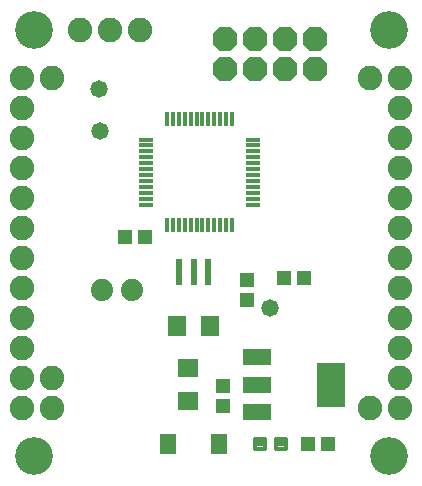
<source format=gts>
G75*
%MOIN*%
%OFA0B0*%
%FSLAX25Y25*%
%IPPOS*%
%LPD*%
%AMOC8*
5,1,8,0,0,1.08239X$1,22.5*
%
%ADD10C,0.12611*%
%ADD11R,0.07099X0.06312*%
%ADD12R,0.04737X0.05131*%
%ADD13R,0.06312X0.07099*%
%ADD14R,0.05131X0.04737*%
%ADD15R,0.05800X0.06587*%
%ADD16C,0.08200*%
%ADD17R,0.09600X0.05600*%
%ADD18R,0.09461X0.14973*%
%ADD19R,0.01587X0.04737*%
%ADD20R,0.04737X0.01587*%
%ADD21C,0.05800*%
%ADD22R,0.02375X0.08674*%
%ADD23C,0.07400*%
%ADD24OC8,0.08200*%
%ADD25C,0.01421*%
D10*
X0013205Y0013205D03*
X0131315Y0013205D03*
X0131315Y0154937D03*
X0013205Y0154937D03*
D11*
X0064386Y0042339D03*
X0064386Y0031315D03*
D12*
X0076197Y0029543D03*
X0076197Y0036236D03*
X0084071Y0064976D03*
X0084071Y0071669D03*
D13*
X0071866Y0056512D03*
X0060843Y0056512D03*
D14*
X0050016Y0086039D03*
X0043323Y0086039D03*
X0096472Y0072260D03*
X0103165Y0072260D03*
X0104346Y0017142D03*
X0111039Y0017142D03*
D15*
X0074819Y0017142D03*
X0057890Y0017142D03*
D16*
X0019268Y0028953D03*
X0019268Y0038953D03*
X0009268Y0038953D03*
X0009268Y0048953D03*
X0009268Y0058953D03*
X0009268Y0068953D03*
X0009268Y0078953D03*
X0009268Y0088953D03*
X0009268Y0098953D03*
X0009268Y0108953D03*
X0009268Y0118953D03*
X0009268Y0128953D03*
X0009268Y0138953D03*
X0019268Y0138953D03*
X0028638Y0154937D03*
X0038638Y0154937D03*
X0048638Y0154937D03*
X0125252Y0138953D03*
X0135252Y0138953D03*
X0135252Y0128953D03*
X0135252Y0118953D03*
X0135252Y0108953D03*
X0135252Y0098953D03*
X0135252Y0088953D03*
X0135252Y0078953D03*
X0135252Y0068953D03*
X0135252Y0058953D03*
X0135252Y0048953D03*
X0135252Y0038953D03*
X0135252Y0028953D03*
X0125252Y0028953D03*
X0009268Y0028953D03*
D17*
X0087619Y0027727D03*
X0087619Y0036827D03*
X0087619Y0045927D03*
D18*
X0112020Y0036827D03*
D19*
X0079150Y0089976D03*
X0077181Y0089976D03*
X0075213Y0089976D03*
X0073244Y0089976D03*
X0071276Y0089976D03*
X0069307Y0089976D03*
X0067339Y0089976D03*
X0065370Y0089976D03*
X0063402Y0089976D03*
X0061433Y0089976D03*
X0059465Y0089976D03*
X0057496Y0089976D03*
X0057496Y0125409D03*
X0059465Y0125409D03*
X0061433Y0125409D03*
X0063402Y0125409D03*
X0065370Y0125409D03*
X0067339Y0125409D03*
X0069307Y0125409D03*
X0071276Y0125409D03*
X0073244Y0125409D03*
X0075213Y0125409D03*
X0077181Y0125409D03*
X0079150Y0125409D03*
D20*
X0086039Y0118520D03*
X0086039Y0116551D03*
X0086039Y0114583D03*
X0086039Y0112614D03*
X0086039Y0110646D03*
X0086039Y0108677D03*
X0086039Y0106709D03*
X0086039Y0104740D03*
X0086039Y0102772D03*
X0086039Y0100803D03*
X0086039Y0098835D03*
X0086039Y0096866D03*
X0050606Y0096866D03*
X0050606Y0098835D03*
X0050606Y0100803D03*
X0050606Y0102772D03*
X0050606Y0104740D03*
X0050606Y0106709D03*
X0050606Y0108677D03*
X0050606Y0110646D03*
X0050606Y0112614D03*
X0050606Y0114583D03*
X0050606Y0116551D03*
X0050606Y0118520D03*
D21*
X0035252Y0121472D03*
X0034858Y0135252D03*
X0091945Y0062417D03*
D22*
X0071079Y0074228D03*
X0066354Y0074228D03*
X0061630Y0074228D03*
D23*
X0045764Y0068323D03*
X0035764Y0068323D03*
D24*
X0076945Y0142063D03*
X0076945Y0152063D03*
X0086945Y0152063D03*
X0086945Y0142063D03*
X0096945Y0142063D03*
X0096945Y0152063D03*
X0106945Y0152063D03*
X0106945Y0142063D03*
D25*
X0097056Y0018800D02*
X0097056Y0015484D01*
X0093740Y0015484D01*
X0093740Y0018800D01*
X0097056Y0018800D01*
X0097056Y0016904D02*
X0093740Y0016904D01*
X0093740Y0018324D02*
X0097056Y0018324D01*
X0090150Y0018800D02*
X0090150Y0015484D01*
X0086834Y0015484D01*
X0086834Y0018800D01*
X0090150Y0018800D01*
X0090150Y0016904D02*
X0086834Y0016904D01*
X0086834Y0018324D02*
X0090150Y0018324D01*
M02*

</source>
